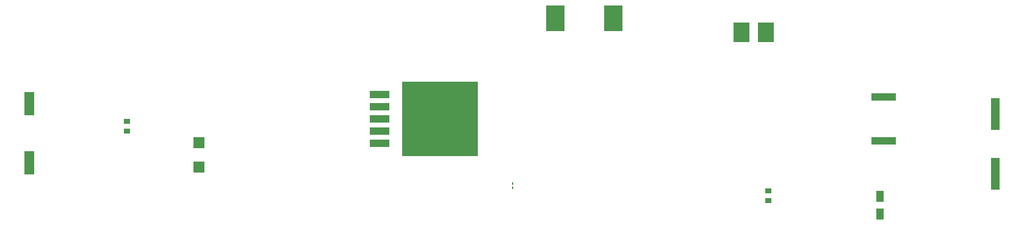
<source format=gtp>
G04*
G04 #@! TF.GenerationSoftware,Altium Limited,Altium Designer,20.2.7 (254)*
G04*
G04 Layer_Color=8421504*
%FSLAX25Y25*%
%MOIN*%
G70*
G04*
G04 #@! TF.SameCoordinates,ADF9761A-B84E-492D-9E7F-6483C6A28603*
G04*
G04*
G04 #@! TF.FilePolarity,Positive*
G04*
G01*
G75*
%ADD16R,0.01100X0.01200*%
%ADD17R,0.05500X0.13000*%
%ADD18R,0.03500X0.02800*%
%ADD19R,0.06200X0.06200*%
%ADD20R,0.41200X0.41000*%
%ADD21R,0.10600X0.04000*%
%ADD22R,0.03900X0.05900*%
%ADD23R,0.08500X0.10800*%
%ADD24R,0.05100X0.17300*%
%ADD25R,0.10433X0.14173*%
%ADD26R,0.13268X0.04213*%
D16*
X352362Y49081D02*
D03*
Y51181D02*
D03*
D17*
X88583Y94890D02*
D03*
Y62590D02*
D03*
D18*
X141732Y85327D02*
D03*
Y80027D02*
D03*
X492126Y47244D02*
D03*
Y41944D02*
D03*
D19*
X181102Y73479D02*
D03*
Y60379D02*
D03*
D20*
X312992Y86614D02*
D03*
D21*
X279792Y73214D02*
D03*
Y79914D02*
D03*
Y86614D02*
D03*
Y93314D02*
D03*
Y100014D02*
D03*
D22*
X553150Y44270D02*
D03*
Y34470D02*
D03*
D23*
X490852Y133858D02*
D03*
X477652D02*
D03*
D24*
X616142Y56485D02*
D03*
Y89185D02*
D03*
D25*
X407579Y141732D02*
D03*
X375886D02*
D03*
D26*
X555118Y98642D02*
D03*
Y74587D02*
D03*
M02*

</source>
